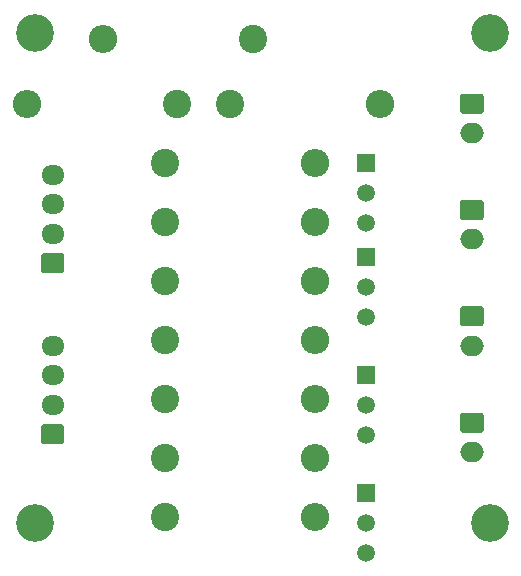
<source format=gbr>
%TF.GenerationSoftware,KiCad,Pcbnew,(5.1.5)-3*%
%TF.CreationDate,2022-05-23T16:29:15+01:00*%
%TF.ProjectId,level_shifter,6c657665-6c5f-4736-9869-667465722e6b,rev?*%
%TF.SameCoordinates,Original*%
%TF.FileFunction,Soldermask,Bot*%
%TF.FilePolarity,Negative*%
%FSLAX46Y46*%
G04 Gerber Fmt 4.6, Leading zero omitted, Abs format (unit mm)*
G04 Created by KiCad (PCBNEW (5.1.5)-3) date 2022-05-23 16:29:15*
%MOMM*%
%LPD*%
G04 APERTURE LIST*
%ADD10O,2.400000X2.400000*%
%ADD11C,2.400000*%
%ADD12O,2.000000X1.700000*%
%ADD13C,0.100000*%
%ADD14O,1.950000X1.700000*%
%ADD15C,3.200000*%
%ADD16R,1.500000X1.500000*%
%ADD17C,1.500000*%
G04 APERTURE END LIST*
D10*
%TO.C,R10*%
X136700000Y-105500000D03*
D11*
X124000000Y-105500000D03*
%TD*%
D10*
%TO.C,R9*%
X136700000Y-95500000D03*
D11*
X124000000Y-95500000D03*
%TD*%
D10*
%TO.C,R8*%
X136700000Y-85500000D03*
D11*
X124000000Y-85500000D03*
%TD*%
D10*
%TO.C,R7*%
X136700000Y-75500000D03*
D11*
X124000000Y-75500000D03*
%TD*%
D10*
%TO.C,R6*%
X136700000Y-100500000D03*
D11*
X124000000Y-100500000D03*
%TD*%
D10*
%TO.C,R5*%
X136700000Y-90500000D03*
D11*
X124000000Y-90500000D03*
%TD*%
D10*
%TO.C,R4*%
X136700000Y-80500000D03*
D11*
X124000000Y-80500000D03*
%TD*%
D10*
%TO.C,R3*%
X142200000Y-70500000D03*
D11*
X129500000Y-70500000D03*
%TD*%
D10*
%TO.C,R2*%
X118800000Y-65000000D03*
D11*
X131500000Y-65000000D03*
%TD*%
D10*
%TO.C,R1*%
X112300000Y-70500000D03*
D11*
X125000000Y-70500000D03*
%TD*%
D12*
%TO.C,J6*%
X150000000Y-100000000D03*
D13*
G36*
X150774504Y-96651204D02*
G01*
X150798773Y-96654804D01*
X150822571Y-96660765D01*
X150845671Y-96669030D01*
X150867849Y-96679520D01*
X150888893Y-96692133D01*
X150908598Y-96706747D01*
X150926777Y-96723223D01*
X150943253Y-96741402D01*
X150957867Y-96761107D01*
X150970480Y-96782151D01*
X150980970Y-96804329D01*
X150989235Y-96827429D01*
X150995196Y-96851227D01*
X150998796Y-96875496D01*
X151000000Y-96900000D01*
X151000000Y-98100000D01*
X150998796Y-98124504D01*
X150995196Y-98148773D01*
X150989235Y-98172571D01*
X150980970Y-98195671D01*
X150970480Y-98217849D01*
X150957867Y-98238893D01*
X150943253Y-98258598D01*
X150926777Y-98276777D01*
X150908598Y-98293253D01*
X150888893Y-98307867D01*
X150867849Y-98320480D01*
X150845671Y-98330970D01*
X150822571Y-98339235D01*
X150798773Y-98345196D01*
X150774504Y-98348796D01*
X150750000Y-98350000D01*
X149250000Y-98350000D01*
X149225496Y-98348796D01*
X149201227Y-98345196D01*
X149177429Y-98339235D01*
X149154329Y-98330970D01*
X149132151Y-98320480D01*
X149111107Y-98307867D01*
X149091402Y-98293253D01*
X149073223Y-98276777D01*
X149056747Y-98258598D01*
X149042133Y-98238893D01*
X149029520Y-98217849D01*
X149019030Y-98195671D01*
X149010765Y-98172571D01*
X149004804Y-98148773D01*
X149001204Y-98124504D01*
X149000000Y-98100000D01*
X149000000Y-96900000D01*
X149001204Y-96875496D01*
X149004804Y-96851227D01*
X149010765Y-96827429D01*
X149019030Y-96804329D01*
X149029520Y-96782151D01*
X149042133Y-96761107D01*
X149056747Y-96741402D01*
X149073223Y-96723223D01*
X149091402Y-96706747D01*
X149111107Y-96692133D01*
X149132151Y-96679520D01*
X149154329Y-96669030D01*
X149177429Y-96660765D01*
X149201227Y-96654804D01*
X149225496Y-96651204D01*
X149250000Y-96650000D01*
X150750000Y-96650000D01*
X150774504Y-96651204D01*
G37*
%TD*%
D12*
%TO.C,J5*%
X150000000Y-91000000D03*
D13*
G36*
X150774504Y-87651204D02*
G01*
X150798773Y-87654804D01*
X150822571Y-87660765D01*
X150845671Y-87669030D01*
X150867849Y-87679520D01*
X150888893Y-87692133D01*
X150908598Y-87706747D01*
X150926777Y-87723223D01*
X150943253Y-87741402D01*
X150957867Y-87761107D01*
X150970480Y-87782151D01*
X150980970Y-87804329D01*
X150989235Y-87827429D01*
X150995196Y-87851227D01*
X150998796Y-87875496D01*
X151000000Y-87900000D01*
X151000000Y-89100000D01*
X150998796Y-89124504D01*
X150995196Y-89148773D01*
X150989235Y-89172571D01*
X150980970Y-89195671D01*
X150970480Y-89217849D01*
X150957867Y-89238893D01*
X150943253Y-89258598D01*
X150926777Y-89276777D01*
X150908598Y-89293253D01*
X150888893Y-89307867D01*
X150867849Y-89320480D01*
X150845671Y-89330970D01*
X150822571Y-89339235D01*
X150798773Y-89345196D01*
X150774504Y-89348796D01*
X150750000Y-89350000D01*
X149250000Y-89350000D01*
X149225496Y-89348796D01*
X149201227Y-89345196D01*
X149177429Y-89339235D01*
X149154329Y-89330970D01*
X149132151Y-89320480D01*
X149111107Y-89307867D01*
X149091402Y-89293253D01*
X149073223Y-89276777D01*
X149056747Y-89258598D01*
X149042133Y-89238893D01*
X149029520Y-89217849D01*
X149019030Y-89195671D01*
X149010765Y-89172571D01*
X149004804Y-89148773D01*
X149001204Y-89124504D01*
X149000000Y-89100000D01*
X149000000Y-87900000D01*
X149001204Y-87875496D01*
X149004804Y-87851227D01*
X149010765Y-87827429D01*
X149019030Y-87804329D01*
X149029520Y-87782151D01*
X149042133Y-87761107D01*
X149056747Y-87741402D01*
X149073223Y-87723223D01*
X149091402Y-87706747D01*
X149111107Y-87692133D01*
X149132151Y-87679520D01*
X149154329Y-87669030D01*
X149177429Y-87660765D01*
X149201227Y-87654804D01*
X149225496Y-87651204D01*
X149250000Y-87650000D01*
X150750000Y-87650000D01*
X150774504Y-87651204D01*
G37*
%TD*%
D12*
%TO.C,J4*%
X150000000Y-82000000D03*
D13*
G36*
X150774504Y-78651204D02*
G01*
X150798773Y-78654804D01*
X150822571Y-78660765D01*
X150845671Y-78669030D01*
X150867849Y-78679520D01*
X150888893Y-78692133D01*
X150908598Y-78706747D01*
X150926777Y-78723223D01*
X150943253Y-78741402D01*
X150957867Y-78761107D01*
X150970480Y-78782151D01*
X150980970Y-78804329D01*
X150989235Y-78827429D01*
X150995196Y-78851227D01*
X150998796Y-78875496D01*
X151000000Y-78900000D01*
X151000000Y-80100000D01*
X150998796Y-80124504D01*
X150995196Y-80148773D01*
X150989235Y-80172571D01*
X150980970Y-80195671D01*
X150970480Y-80217849D01*
X150957867Y-80238893D01*
X150943253Y-80258598D01*
X150926777Y-80276777D01*
X150908598Y-80293253D01*
X150888893Y-80307867D01*
X150867849Y-80320480D01*
X150845671Y-80330970D01*
X150822571Y-80339235D01*
X150798773Y-80345196D01*
X150774504Y-80348796D01*
X150750000Y-80350000D01*
X149250000Y-80350000D01*
X149225496Y-80348796D01*
X149201227Y-80345196D01*
X149177429Y-80339235D01*
X149154329Y-80330970D01*
X149132151Y-80320480D01*
X149111107Y-80307867D01*
X149091402Y-80293253D01*
X149073223Y-80276777D01*
X149056747Y-80258598D01*
X149042133Y-80238893D01*
X149029520Y-80217849D01*
X149019030Y-80195671D01*
X149010765Y-80172571D01*
X149004804Y-80148773D01*
X149001204Y-80124504D01*
X149000000Y-80100000D01*
X149000000Y-78900000D01*
X149001204Y-78875496D01*
X149004804Y-78851227D01*
X149010765Y-78827429D01*
X149019030Y-78804329D01*
X149029520Y-78782151D01*
X149042133Y-78761107D01*
X149056747Y-78741402D01*
X149073223Y-78723223D01*
X149091402Y-78706747D01*
X149111107Y-78692133D01*
X149132151Y-78679520D01*
X149154329Y-78669030D01*
X149177429Y-78660765D01*
X149201227Y-78654804D01*
X149225496Y-78651204D01*
X149250000Y-78650000D01*
X150750000Y-78650000D01*
X150774504Y-78651204D01*
G37*
%TD*%
D12*
%TO.C,J3*%
X150000000Y-73000000D03*
D13*
G36*
X150774504Y-69651204D02*
G01*
X150798773Y-69654804D01*
X150822571Y-69660765D01*
X150845671Y-69669030D01*
X150867849Y-69679520D01*
X150888893Y-69692133D01*
X150908598Y-69706747D01*
X150926777Y-69723223D01*
X150943253Y-69741402D01*
X150957867Y-69761107D01*
X150970480Y-69782151D01*
X150980970Y-69804329D01*
X150989235Y-69827429D01*
X150995196Y-69851227D01*
X150998796Y-69875496D01*
X151000000Y-69900000D01*
X151000000Y-71100000D01*
X150998796Y-71124504D01*
X150995196Y-71148773D01*
X150989235Y-71172571D01*
X150980970Y-71195671D01*
X150970480Y-71217849D01*
X150957867Y-71238893D01*
X150943253Y-71258598D01*
X150926777Y-71276777D01*
X150908598Y-71293253D01*
X150888893Y-71307867D01*
X150867849Y-71320480D01*
X150845671Y-71330970D01*
X150822571Y-71339235D01*
X150798773Y-71345196D01*
X150774504Y-71348796D01*
X150750000Y-71350000D01*
X149250000Y-71350000D01*
X149225496Y-71348796D01*
X149201227Y-71345196D01*
X149177429Y-71339235D01*
X149154329Y-71330970D01*
X149132151Y-71320480D01*
X149111107Y-71307867D01*
X149091402Y-71293253D01*
X149073223Y-71276777D01*
X149056747Y-71258598D01*
X149042133Y-71238893D01*
X149029520Y-71217849D01*
X149019030Y-71195671D01*
X149010765Y-71172571D01*
X149004804Y-71148773D01*
X149001204Y-71124504D01*
X149000000Y-71100000D01*
X149000000Y-69900000D01*
X149001204Y-69875496D01*
X149004804Y-69851227D01*
X149010765Y-69827429D01*
X149019030Y-69804329D01*
X149029520Y-69782151D01*
X149042133Y-69761107D01*
X149056747Y-69741402D01*
X149073223Y-69723223D01*
X149091402Y-69706747D01*
X149111107Y-69692133D01*
X149132151Y-69679520D01*
X149154329Y-69669030D01*
X149177429Y-69660765D01*
X149201227Y-69654804D01*
X149225496Y-69651204D01*
X149250000Y-69650000D01*
X150750000Y-69650000D01*
X150774504Y-69651204D01*
G37*
%TD*%
D14*
%TO.C,J2*%
X114500000Y-91000000D03*
X114500000Y-93500000D03*
X114500000Y-96000000D03*
D13*
G36*
X115249504Y-97651204D02*
G01*
X115273773Y-97654804D01*
X115297571Y-97660765D01*
X115320671Y-97669030D01*
X115342849Y-97679520D01*
X115363893Y-97692133D01*
X115383598Y-97706747D01*
X115401777Y-97723223D01*
X115418253Y-97741402D01*
X115432867Y-97761107D01*
X115445480Y-97782151D01*
X115455970Y-97804329D01*
X115464235Y-97827429D01*
X115470196Y-97851227D01*
X115473796Y-97875496D01*
X115475000Y-97900000D01*
X115475000Y-99100000D01*
X115473796Y-99124504D01*
X115470196Y-99148773D01*
X115464235Y-99172571D01*
X115455970Y-99195671D01*
X115445480Y-99217849D01*
X115432867Y-99238893D01*
X115418253Y-99258598D01*
X115401777Y-99276777D01*
X115383598Y-99293253D01*
X115363893Y-99307867D01*
X115342849Y-99320480D01*
X115320671Y-99330970D01*
X115297571Y-99339235D01*
X115273773Y-99345196D01*
X115249504Y-99348796D01*
X115225000Y-99350000D01*
X113775000Y-99350000D01*
X113750496Y-99348796D01*
X113726227Y-99345196D01*
X113702429Y-99339235D01*
X113679329Y-99330970D01*
X113657151Y-99320480D01*
X113636107Y-99307867D01*
X113616402Y-99293253D01*
X113598223Y-99276777D01*
X113581747Y-99258598D01*
X113567133Y-99238893D01*
X113554520Y-99217849D01*
X113544030Y-99195671D01*
X113535765Y-99172571D01*
X113529804Y-99148773D01*
X113526204Y-99124504D01*
X113525000Y-99100000D01*
X113525000Y-97900000D01*
X113526204Y-97875496D01*
X113529804Y-97851227D01*
X113535765Y-97827429D01*
X113544030Y-97804329D01*
X113554520Y-97782151D01*
X113567133Y-97761107D01*
X113581747Y-97741402D01*
X113598223Y-97723223D01*
X113616402Y-97706747D01*
X113636107Y-97692133D01*
X113657151Y-97679520D01*
X113679329Y-97669030D01*
X113702429Y-97660765D01*
X113726227Y-97654804D01*
X113750496Y-97651204D01*
X113775000Y-97650000D01*
X115225000Y-97650000D01*
X115249504Y-97651204D01*
G37*
%TD*%
D14*
%TO.C,J1*%
X114500000Y-76500000D03*
X114500000Y-79000000D03*
X114500000Y-81500000D03*
D13*
G36*
X115249504Y-83151204D02*
G01*
X115273773Y-83154804D01*
X115297571Y-83160765D01*
X115320671Y-83169030D01*
X115342849Y-83179520D01*
X115363893Y-83192133D01*
X115383598Y-83206747D01*
X115401777Y-83223223D01*
X115418253Y-83241402D01*
X115432867Y-83261107D01*
X115445480Y-83282151D01*
X115455970Y-83304329D01*
X115464235Y-83327429D01*
X115470196Y-83351227D01*
X115473796Y-83375496D01*
X115475000Y-83400000D01*
X115475000Y-84600000D01*
X115473796Y-84624504D01*
X115470196Y-84648773D01*
X115464235Y-84672571D01*
X115455970Y-84695671D01*
X115445480Y-84717849D01*
X115432867Y-84738893D01*
X115418253Y-84758598D01*
X115401777Y-84776777D01*
X115383598Y-84793253D01*
X115363893Y-84807867D01*
X115342849Y-84820480D01*
X115320671Y-84830970D01*
X115297571Y-84839235D01*
X115273773Y-84845196D01*
X115249504Y-84848796D01*
X115225000Y-84850000D01*
X113775000Y-84850000D01*
X113750496Y-84848796D01*
X113726227Y-84845196D01*
X113702429Y-84839235D01*
X113679329Y-84830970D01*
X113657151Y-84820480D01*
X113636107Y-84807867D01*
X113616402Y-84793253D01*
X113598223Y-84776777D01*
X113581747Y-84758598D01*
X113567133Y-84738893D01*
X113554520Y-84717849D01*
X113544030Y-84695671D01*
X113535765Y-84672571D01*
X113529804Y-84648773D01*
X113526204Y-84624504D01*
X113525000Y-84600000D01*
X113525000Y-83400000D01*
X113526204Y-83375496D01*
X113529804Y-83351227D01*
X113535765Y-83327429D01*
X113544030Y-83304329D01*
X113554520Y-83282151D01*
X113567133Y-83261107D01*
X113581747Y-83241402D01*
X113598223Y-83223223D01*
X113616402Y-83206747D01*
X113636107Y-83192133D01*
X113657151Y-83179520D01*
X113679329Y-83169030D01*
X113702429Y-83160765D01*
X113726227Y-83154804D01*
X113750496Y-83151204D01*
X113775000Y-83150000D01*
X115225000Y-83150000D01*
X115249504Y-83151204D01*
G37*
%TD*%
D15*
%TO.C,REF\002A\002A*%
X113000000Y-106000000D03*
%TD*%
%TO.C,REF\002A\002A*%
X151500000Y-64500000D03*
%TD*%
%TO.C,REF\002A\002A*%
X113000000Y-64500000D03*
%TD*%
%TO.C,REF\002A\002A*%
X151500000Y-106000000D03*
%TD*%
D16*
%TO.C,Q1*%
X141000000Y-75500000D03*
D17*
X141000000Y-80580000D03*
X141000000Y-78040000D03*
%TD*%
%TO.C,Q2*%
X141000000Y-86040000D03*
X141000000Y-88580000D03*
D16*
X141000000Y-83500000D03*
%TD*%
D17*
%TO.C,Q3*%
X141000000Y-96040000D03*
X141000000Y-98580000D03*
D16*
X141000000Y-93500000D03*
%TD*%
%TO.C,Q4*%
X141000000Y-103500000D03*
D17*
X141000000Y-108580000D03*
X141000000Y-106040000D03*
%TD*%
M02*

</source>
